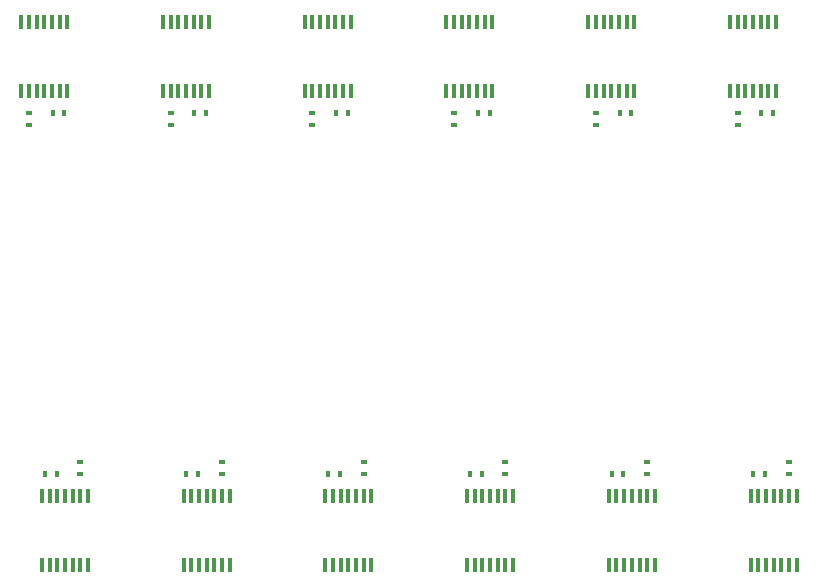
<source format=gtp>
G04 #@! TF.GenerationSoftware,KiCad,Pcbnew,5.0.2-bee76a0~70~ubuntu18.04.1*
G04 #@! TF.CreationDate,2020-03-12T13:59:12+01:00*
G04 #@! TF.ProjectId,output.A1335_long_I2C_panel,6f757470-7574-42e4-9131-3333355f6c6f,rev?*
G04 #@! TF.SameCoordinates,Original*
G04 #@! TF.FileFunction,Paste,Top*
G04 #@! TF.FilePolarity,Positive*
%FSLAX46Y46*%
G04 Gerber Fmt 4.6, Leading zero omitted, Abs format (unit mm)*
G04 Created by KiCad (PCBNEW 5.0.2-bee76a0~70~ubuntu18.04.1) date Thu 12 Mar 2020 01:59:12 PM CET*
%MOMM*%
%LPD*%
G01*
G04 APERTURE LIST*
%ADD10R,0.447600X0.547600*%
%ADD11R,0.547600X0.447600*%
%ADD12R,0.297600X1.297600*%
G04 APERTURE END LIST*
D10*
G04 #@! TO.C,C1*
X115627336Y-107320004D03*
X114627336Y-107320004D03*
G04 #@! TD*
G04 #@! TO.C,C1*
X127627336Y-107320004D03*
X126627336Y-107320004D03*
G04 #@! TD*
G04 #@! TO.C,C1*
X139627336Y-107320004D03*
X138627336Y-107320004D03*
G04 #@! TD*
G04 #@! TO.C,C1*
X151627336Y-107320004D03*
X150627336Y-107320004D03*
G04 #@! TD*
G04 #@! TO.C,C1*
X163627336Y-107320004D03*
X162627336Y-107320004D03*
G04 #@! TD*
G04 #@! TO.C,C1*
X175627336Y-107320004D03*
X174627336Y-107320004D03*
G04 #@! TD*
G04 #@! TO.C,C1*
X175300000Y-76800000D03*
X176300000Y-76800000D03*
G04 #@! TD*
G04 #@! TO.C,C1*
X163300000Y-76800000D03*
X164300000Y-76800000D03*
G04 #@! TD*
G04 #@! TO.C,C1*
X151300000Y-76800000D03*
X152300000Y-76800000D03*
G04 #@! TD*
G04 #@! TO.C,C1*
X139300000Y-76800000D03*
X140300000Y-76800000D03*
G04 #@! TD*
G04 #@! TO.C,C1*
X127300000Y-76800000D03*
X128300000Y-76800000D03*
G04 #@! TD*
D11*
G04 #@! TO.C,C2*
X117627336Y-106320004D03*
X117627336Y-107320004D03*
G04 #@! TD*
G04 #@! TO.C,C2*
X129627336Y-106320004D03*
X129627336Y-107320004D03*
G04 #@! TD*
G04 #@! TO.C,C2*
X141627336Y-106320004D03*
X141627336Y-107320004D03*
G04 #@! TD*
G04 #@! TO.C,C2*
X153627336Y-106320004D03*
X153627336Y-107320004D03*
G04 #@! TD*
G04 #@! TO.C,C2*
X165627336Y-106320004D03*
X165627336Y-107320004D03*
G04 #@! TD*
G04 #@! TO.C,C2*
X177627336Y-106320004D03*
X177627336Y-107320004D03*
G04 #@! TD*
G04 #@! TO.C,C2*
X173300000Y-77800000D03*
X173300000Y-76800000D03*
G04 #@! TD*
G04 #@! TO.C,C2*
X161300000Y-77800000D03*
X161300000Y-76800000D03*
G04 #@! TD*
G04 #@! TO.C,C2*
X149300000Y-77800000D03*
X149300000Y-76800000D03*
G04 #@! TD*
G04 #@! TO.C,C2*
X137300000Y-77800000D03*
X137300000Y-76800000D03*
G04 #@! TD*
G04 #@! TO.C,C2*
X125300000Y-77800000D03*
X125300000Y-76800000D03*
G04 #@! TD*
D12*
G04 #@! TO.C,U1*
X118287336Y-109170004D03*
X117637336Y-109170004D03*
X116987336Y-109170004D03*
X116337336Y-109170004D03*
X115687336Y-109170004D03*
X115037336Y-109170004D03*
X114387336Y-109170004D03*
X114387336Y-115070004D03*
X115037336Y-115070004D03*
X115687336Y-115070004D03*
X116337336Y-115070004D03*
X116987336Y-115070004D03*
X117637336Y-115070004D03*
X118287336Y-115070004D03*
G04 #@! TD*
G04 #@! TO.C,U1*
X130287336Y-109170004D03*
X129637336Y-109170004D03*
X128987336Y-109170004D03*
X128337336Y-109170004D03*
X127687336Y-109170004D03*
X127037336Y-109170004D03*
X126387336Y-109170004D03*
X126387336Y-115070004D03*
X127037336Y-115070004D03*
X127687336Y-115070004D03*
X128337336Y-115070004D03*
X128987336Y-115070004D03*
X129637336Y-115070004D03*
X130287336Y-115070004D03*
G04 #@! TD*
G04 #@! TO.C,U1*
X142287336Y-109170004D03*
X141637336Y-109170004D03*
X140987336Y-109170004D03*
X140337336Y-109170004D03*
X139687336Y-109170004D03*
X139037336Y-109170004D03*
X138387336Y-109170004D03*
X138387336Y-115070004D03*
X139037336Y-115070004D03*
X139687336Y-115070004D03*
X140337336Y-115070004D03*
X140987336Y-115070004D03*
X141637336Y-115070004D03*
X142287336Y-115070004D03*
G04 #@! TD*
G04 #@! TO.C,U1*
X154287336Y-109170004D03*
X153637336Y-109170004D03*
X152987336Y-109170004D03*
X152337336Y-109170004D03*
X151687336Y-109170004D03*
X151037336Y-109170004D03*
X150387336Y-109170004D03*
X150387336Y-115070004D03*
X151037336Y-115070004D03*
X151687336Y-115070004D03*
X152337336Y-115070004D03*
X152987336Y-115070004D03*
X153637336Y-115070004D03*
X154287336Y-115070004D03*
G04 #@! TD*
G04 #@! TO.C,U1*
X166287336Y-109170004D03*
X165637336Y-109170004D03*
X164987336Y-109170004D03*
X164337336Y-109170004D03*
X163687336Y-109170004D03*
X163037336Y-109170004D03*
X162387336Y-109170004D03*
X162387336Y-115070004D03*
X163037336Y-115070004D03*
X163687336Y-115070004D03*
X164337336Y-115070004D03*
X164987336Y-115070004D03*
X165637336Y-115070004D03*
X166287336Y-115070004D03*
G04 #@! TD*
G04 #@! TO.C,U1*
X178287336Y-109170004D03*
X177637336Y-109170004D03*
X176987336Y-109170004D03*
X176337336Y-109170004D03*
X175687336Y-109170004D03*
X175037336Y-109170004D03*
X174387336Y-109170004D03*
X174387336Y-115070004D03*
X175037336Y-115070004D03*
X175687336Y-115070004D03*
X176337336Y-115070004D03*
X176987336Y-115070004D03*
X177637336Y-115070004D03*
X178287336Y-115070004D03*
G04 #@! TD*
G04 #@! TO.C,U1*
X172640000Y-74950000D03*
X173290000Y-74950000D03*
X173940000Y-74950000D03*
X174590000Y-74950000D03*
X175240000Y-74950000D03*
X175890000Y-74950000D03*
X176540000Y-74950000D03*
X176540000Y-69050000D03*
X175890000Y-69050000D03*
X175240000Y-69050000D03*
X174590000Y-69050000D03*
X173940000Y-69050000D03*
X173290000Y-69050000D03*
X172640000Y-69050000D03*
G04 #@! TD*
G04 #@! TO.C,U1*
X160640000Y-74950000D03*
X161290000Y-74950000D03*
X161940000Y-74950000D03*
X162590000Y-74950000D03*
X163240000Y-74950000D03*
X163890000Y-74950000D03*
X164540000Y-74950000D03*
X164540000Y-69050000D03*
X163890000Y-69050000D03*
X163240000Y-69050000D03*
X162590000Y-69050000D03*
X161940000Y-69050000D03*
X161290000Y-69050000D03*
X160640000Y-69050000D03*
G04 #@! TD*
G04 #@! TO.C,U1*
X148640000Y-74950000D03*
X149290000Y-74950000D03*
X149940000Y-74950000D03*
X150590000Y-74950000D03*
X151240000Y-74950000D03*
X151890000Y-74950000D03*
X152540000Y-74950000D03*
X152540000Y-69050000D03*
X151890000Y-69050000D03*
X151240000Y-69050000D03*
X150590000Y-69050000D03*
X149940000Y-69050000D03*
X149290000Y-69050000D03*
X148640000Y-69050000D03*
G04 #@! TD*
G04 #@! TO.C,U1*
X136640000Y-74950000D03*
X137290000Y-74950000D03*
X137940000Y-74950000D03*
X138590000Y-74950000D03*
X139240000Y-74950000D03*
X139890000Y-74950000D03*
X140540000Y-74950000D03*
X140540000Y-69050000D03*
X139890000Y-69050000D03*
X139240000Y-69050000D03*
X138590000Y-69050000D03*
X137940000Y-69050000D03*
X137290000Y-69050000D03*
X136640000Y-69050000D03*
G04 #@! TD*
G04 #@! TO.C,U1*
X124640000Y-74950000D03*
X125290000Y-74950000D03*
X125940000Y-74950000D03*
X126590000Y-74950000D03*
X127240000Y-74950000D03*
X127890000Y-74950000D03*
X128540000Y-74950000D03*
X128540000Y-69050000D03*
X127890000Y-69050000D03*
X127240000Y-69050000D03*
X126590000Y-69050000D03*
X125940000Y-69050000D03*
X125290000Y-69050000D03*
X124640000Y-69050000D03*
G04 #@! TD*
G04 #@! TO.C,U1*
X112640000Y-69050000D03*
X113290000Y-69050000D03*
X113940000Y-69050000D03*
X114590000Y-69050000D03*
X115240000Y-69050000D03*
X115890000Y-69050000D03*
X116540000Y-69050000D03*
X116540000Y-74950000D03*
X115890000Y-74950000D03*
X115240000Y-74950000D03*
X114590000Y-74950000D03*
X113940000Y-74950000D03*
X113290000Y-74950000D03*
X112640000Y-74950000D03*
G04 #@! TD*
D11*
G04 #@! TO.C,C2*
X113300000Y-76800000D03*
X113300000Y-77800000D03*
G04 #@! TD*
D10*
G04 #@! TO.C,C1*
X116300000Y-76800000D03*
X115300000Y-76800000D03*
G04 #@! TD*
M02*

</source>
